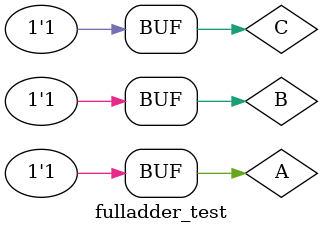
<source format=sv>
module fulladder_test;
reg A,B,C;
wire S,Cout;
  fulladder dut(A,B,C,S,Cout);
  initial begin
      A=1'b0; B=1'b0; C=1'b0;
   #5 A=1'b0; B=1'b0; C=1'b1;
   #5 A=1'b0; B=1'b1; C=1'b0;
   #5 A=1'b0; B=1'b1; C=1'b1;
   #5 A=1'b1; B=1'b0; C=1'b0;
   #5 A=1'b1; B=1'b0; C=1'b1;
   #5 A=1'b1; B=1'b1; C=1'b0;
   #5 A=1'b1; B=1'b1; C=1'b1;
  end
  initial begin
    $monitor("Sim time=%0t,A=%b,B=%b,C=%b,S=%b,Cout=%b",$time,A,B,C,S,Cout);
  end
  initial begin
    $dumpfile("dump.vcd");
    $dumpvars(0,A,B,C,S,Cout);
  end 
endmodule

</source>
